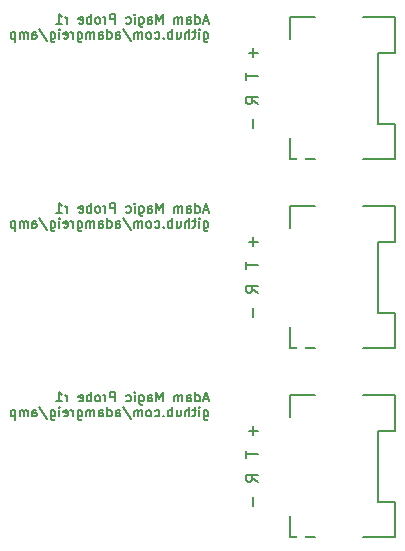
<source format=gbo>
G04 #@! TF.FileFunction,Legend,Bot*
%FSLAX46Y46*%
G04 Gerber Fmt 4.6, Leading zero omitted, Abs format (unit mm)*
G04 Created by KiCad (PCBNEW 0.201512311516+6410~40~ubuntu14.04.1-stable) date Sun 03 Jan 2016 08:23:42 GMT*
%MOMM*%
G01*
G04 APERTURE LIST*
%ADD10C,0.100000*%
%ADD11C,0.150000*%
%ADD12C,1.000000*%
%ADD13O,1.250000X1.000000*%
%ADD14O,1.900000X1.000000*%
%ADD15R,3.800000X1.800000*%
%ADD16C,0.900000*%
%ADD17O,0.900000X1.900000*%
%ADD18R,3.000000X1.000000*%
G04 APERTURE END LIST*
D10*
D11*
X123971429Y-102619048D02*
X123971429Y-103380953D01*
X123971429Y-118619048D02*
X123971429Y-119380953D01*
X123971429Y-134619048D02*
X123971429Y-135380953D01*
X124352381Y-101309524D02*
X123876190Y-100976190D01*
X124352381Y-100738095D02*
X123352381Y-100738095D01*
X123352381Y-101119048D01*
X123400000Y-101214286D01*
X123447619Y-101261905D01*
X123542857Y-101309524D01*
X123685714Y-101309524D01*
X123780952Y-101261905D01*
X123828571Y-101214286D01*
X123876190Y-101119048D01*
X123876190Y-100738095D01*
X124352381Y-117309524D02*
X123876190Y-116976190D01*
X124352381Y-116738095D02*
X123352381Y-116738095D01*
X123352381Y-117119048D01*
X123400000Y-117214286D01*
X123447619Y-117261905D01*
X123542857Y-117309524D01*
X123685714Y-117309524D01*
X123780952Y-117261905D01*
X123828571Y-117214286D01*
X123876190Y-117119048D01*
X123876190Y-116738095D01*
X124352381Y-133309524D02*
X123876190Y-132976190D01*
X124352381Y-132738095D02*
X123352381Y-132738095D01*
X123352381Y-133119048D01*
X123400000Y-133214286D01*
X123447619Y-133261905D01*
X123542857Y-133309524D01*
X123685714Y-133309524D01*
X123780952Y-133261905D01*
X123828571Y-133214286D01*
X123876190Y-133119048D01*
X123876190Y-132738095D01*
X123352381Y-98714286D02*
X123352381Y-99285715D01*
X124352381Y-99000000D02*
X123352381Y-99000000D01*
X123352381Y-114714286D02*
X123352381Y-115285715D01*
X124352381Y-115000000D02*
X123352381Y-115000000D01*
X123352381Y-130714286D02*
X123352381Y-131285715D01*
X124352381Y-131000000D02*
X123352381Y-131000000D01*
X120147619Y-94298333D02*
X119766667Y-94298333D01*
X120223810Y-94526905D02*
X119957143Y-93726905D01*
X119690476Y-94526905D01*
X119080953Y-94526905D02*
X119080953Y-93726905D01*
X119080953Y-94488810D02*
X119157143Y-94526905D01*
X119309524Y-94526905D01*
X119385715Y-94488810D01*
X119423810Y-94450714D01*
X119461905Y-94374524D01*
X119461905Y-94145952D01*
X119423810Y-94069762D01*
X119385715Y-94031667D01*
X119309524Y-93993571D01*
X119157143Y-93993571D01*
X119080953Y-94031667D01*
X118357143Y-94526905D02*
X118357143Y-94107857D01*
X118395238Y-94031667D01*
X118471428Y-93993571D01*
X118623809Y-93993571D01*
X118700000Y-94031667D01*
X118357143Y-94488810D02*
X118433333Y-94526905D01*
X118623809Y-94526905D01*
X118700000Y-94488810D01*
X118738095Y-94412619D01*
X118738095Y-94336429D01*
X118700000Y-94260238D01*
X118623809Y-94222143D01*
X118433333Y-94222143D01*
X118357143Y-94184048D01*
X117976190Y-94526905D02*
X117976190Y-93993571D01*
X117976190Y-94069762D02*
X117938095Y-94031667D01*
X117861904Y-93993571D01*
X117747618Y-93993571D01*
X117671428Y-94031667D01*
X117633333Y-94107857D01*
X117633333Y-94526905D01*
X117633333Y-94107857D02*
X117595237Y-94031667D01*
X117519047Y-93993571D01*
X117404761Y-93993571D01*
X117328571Y-94031667D01*
X117290476Y-94107857D01*
X117290476Y-94526905D01*
X116299999Y-94526905D02*
X116299999Y-93726905D01*
X116033332Y-94298333D01*
X115766665Y-93726905D01*
X115766665Y-94526905D01*
X115042856Y-94526905D02*
X115042856Y-94107857D01*
X115080951Y-94031667D01*
X115157141Y-93993571D01*
X115309522Y-93993571D01*
X115385713Y-94031667D01*
X115042856Y-94488810D02*
X115119046Y-94526905D01*
X115309522Y-94526905D01*
X115385713Y-94488810D01*
X115423808Y-94412619D01*
X115423808Y-94336429D01*
X115385713Y-94260238D01*
X115309522Y-94222143D01*
X115119046Y-94222143D01*
X115042856Y-94184048D01*
X114319046Y-93993571D02*
X114319046Y-94641190D01*
X114357141Y-94717381D01*
X114395236Y-94755476D01*
X114471427Y-94793571D01*
X114585712Y-94793571D01*
X114661903Y-94755476D01*
X114319046Y-94488810D02*
X114395236Y-94526905D01*
X114547617Y-94526905D01*
X114623808Y-94488810D01*
X114661903Y-94450714D01*
X114699998Y-94374524D01*
X114699998Y-94145952D01*
X114661903Y-94069762D01*
X114623808Y-94031667D01*
X114547617Y-93993571D01*
X114395236Y-93993571D01*
X114319046Y-94031667D01*
X113938093Y-94526905D02*
X113938093Y-93993571D01*
X113938093Y-93726905D02*
X113976188Y-93765000D01*
X113938093Y-93803095D01*
X113899998Y-93765000D01*
X113938093Y-93726905D01*
X113938093Y-93803095D01*
X113214284Y-94488810D02*
X113290474Y-94526905D01*
X113442855Y-94526905D01*
X113519046Y-94488810D01*
X113557141Y-94450714D01*
X113595236Y-94374524D01*
X113595236Y-94145952D01*
X113557141Y-94069762D01*
X113519046Y-94031667D01*
X113442855Y-93993571D01*
X113290474Y-93993571D01*
X113214284Y-94031667D01*
X112261903Y-94526905D02*
X112261903Y-93726905D01*
X111957141Y-93726905D01*
X111880950Y-93765000D01*
X111842855Y-93803095D01*
X111804760Y-93879286D01*
X111804760Y-93993571D01*
X111842855Y-94069762D01*
X111880950Y-94107857D01*
X111957141Y-94145952D01*
X112261903Y-94145952D01*
X111461903Y-94526905D02*
X111461903Y-93993571D01*
X111461903Y-94145952D02*
X111423808Y-94069762D01*
X111385712Y-94031667D01*
X111309522Y-93993571D01*
X111233331Y-93993571D01*
X110852379Y-94526905D02*
X110928570Y-94488810D01*
X110966665Y-94450714D01*
X111004760Y-94374524D01*
X111004760Y-94145952D01*
X110966665Y-94069762D01*
X110928570Y-94031667D01*
X110852379Y-93993571D01*
X110738093Y-93993571D01*
X110661903Y-94031667D01*
X110623808Y-94069762D01*
X110585712Y-94145952D01*
X110585712Y-94374524D01*
X110623808Y-94450714D01*
X110661903Y-94488810D01*
X110738093Y-94526905D01*
X110852379Y-94526905D01*
X110242855Y-94526905D02*
X110242855Y-93726905D01*
X110242855Y-94031667D02*
X110166664Y-93993571D01*
X110014283Y-93993571D01*
X109938093Y-94031667D01*
X109899998Y-94069762D01*
X109861902Y-94145952D01*
X109861902Y-94374524D01*
X109899998Y-94450714D01*
X109938093Y-94488810D01*
X110014283Y-94526905D01*
X110166664Y-94526905D01*
X110242855Y-94488810D01*
X109214283Y-94488810D02*
X109290473Y-94526905D01*
X109442854Y-94526905D01*
X109519045Y-94488810D01*
X109557140Y-94412619D01*
X109557140Y-94107857D01*
X109519045Y-94031667D01*
X109442854Y-93993571D01*
X109290473Y-93993571D01*
X109214283Y-94031667D01*
X109176188Y-94107857D01*
X109176188Y-94184048D01*
X109557140Y-94260238D01*
X108223807Y-94526905D02*
X108223807Y-93993571D01*
X108223807Y-94145952D02*
X108185712Y-94069762D01*
X108147616Y-94031667D01*
X108071426Y-93993571D01*
X107995235Y-93993571D01*
X107309521Y-94526905D02*
X107766664Y-94526905D01*
X107538093Y-94526905D02*
X107538093Y-93726905D01*
X107614283Y-93841190D01*
X107690474Y-93917381D01*
X107766664Y-93955476D01*
X119766667Y-95263571D02*
X119766667Y-95911190D01*
X119804762Y-95987381D01*
X119842857Y-96025476D01*
X119919048Y-96063571D01*
X120033333Y-96063571D01*
X120109524Y-96025476D01*
X119766667Y-95758810D02*
X119842857Y-95796905D01*
X119995238Y-95796905D01*
X120071429Y-95758810D01*
X120109524Y-95720714D01*
X120147619Y-95644524D01*
X120147619Y-95415952D01*
X120109524Y-95339762D01*
X120071429Y-95301667D01*
X119995238Y-95263571D01*
X119842857Y-95263571D01*
X119766667Y-95301667D01*
X119385714Y-95796905D02*
X119385714Y-95263571D01*
X119385714Y-94996905D02*
X119423809Y-95035000D01*
X119385714Y-95073095D01*
X119347619Y-95035000D01*
X119385714Y-94996905D01*
X119385714Y-95073095D01*
X119119048Y-95263571D02*
X118814286Y-95263571D01*
X119004762Y-94996905D02*
X119004762Y-95682619D01*
X118966667Y-95758810D01*
X118890476Y-95796905D01*
X118814286Y-95796905D01*
X118547619Y-95796905D02*
X118547619Y-94996905D01*
X118204762Y-95796905D02*
X118204762Y-95377857D01*
X118242857Y-95301667D01*
X118319047Y-95263571D01*
X118433333Y-95263571D01*
X118509524Y-95301667D01*
X118547619Y-95339762D01*
X117480952Y-95263571D02*
X117480952Y-95796905D01*
X117823809Y-95263571D02*
X117823809Y-95682619D01*
X117785714Y-95758810D01*
X117709523Y-95796905D01*
X117595237Y-95796905D01*
X117519047Y-95758810D01*
X117480952Y-95720714D01*
X117099999Y-95796905D02*
X117099999Y-94996905D01*
X117099999Y-95301667D02*
X117023808Y-95263571D01*
X116871427Y-95263571D01*
X116795237Y-95301667D01*
X116757142Y-95339762D01*
X116719046Y-95415952D01*
X116719046Y-95644524D01*
X116757142Y-95720714D01*
X116795237Y-95758810D01*
X116871427Y-95796905D01*
X117023808Y-95796905D01*
X117099999Y-95758810D01*
X116376189Y-95720714D02*
X116338094Y-95758810D01*
X116376189Y-95796905D01*
X116414284Y-95758810D01*
X116376189Y-95720714D01*
X116376189Y-95796905D01*
X115652380Y-95758810D02*
X115728570Y-95796905D01*
X115880951Y-95796905D01*
X115957142Y-95758810D01*
X115995237Y-95720714D01*
X116033332Y-95644524D01*
X116033332Y-95415952D01*
X115995237Y-95339762D01*
X115957142Y-95301667D01*
X115880951Y-95263571D01*
X115728570Y-95263571D01*
X115652380Y-95301667D01*
X115195237Y-95796905D02*
X115271428Y-95758810D01*
X115309523Y-95720714D01*
X115347618Y-95644524D01*
X115347618Y-95415952D01*
X115309523Y-95339762D01*
X115271428Y-95301667D01*
X115195237Y-95263571D01*
X115080951Y-95263571D01*
X115004761Y-95301667D01*
X114966666Y-95339762D01*
X114928570Y-95415952D01*
X114928570Y-95644524D01*
X114966666Y-95720714D01*
X115004761Y-95758810D01*
X115080951Y-95796905D01*
X115195237Y-95796905D01*
X114585713Y-95796905D02*
X114585713Y-95263571D01*
X114585713Y-95339762D02*
X114547618Y-95301667D01*
X114471427Y-95263571D01*
X114357141Y-95263571D01*
X114280951Y-95301667D01*
X114242856Y-95377857D01*
X114242856Y-95796905D01*
X114242856Y-95377857D02*
X114204760Y-95301667D01*
X114128570Y-95263571D01*
X114014284Y-95263571D01*
X113938094Y-95301667D01*
X113899999Y-95377857D01*
X113899999Y-95796905D01*
X112947617Y-94958810D02*
X113633332Y-95987381D01*
X112338094Y-95796905D02*
X112338094Y-95377857D01*
X112376189Y-95301667D01*
X112452379Y-95263571D01*
X112604760Y-95263571D01*
X112680951Y-95301667D01*
X112338094Y-95758810D02*
X112414284Y-95796905D01*
X112604760Y-95796905D01*
X112680951Y-95758810D01*
X112719046Y-95682619D01*
X112719046Y-95606429D01*
X112680951Y-95530238D01*
X112604760Y-95492143D01*
X112414284Y-95492143D01*
X112338094Y-95454048D01*
X111614284Y-95796905D02*
X111614284Y-94996905D01*
X111614284Y-95758810D02*
X111690474Y-95796905D01*
X111842855Y-95796905D01*
X111919046Y-95758810D01*
X111957141Y-95720714D01*
X111995236Y-95644524D01*
X111995236Y-95415952D01*
X111957141Y-95339762D01*
X111919046Y-95301667D01*
X111842855Y-95263571D01*
X111690474Y-95263571D01*
X111614284Y-95301667D01*
X110890474Y-95796905D02*
X110890474Y-95377857D01*
X110928569Y-95301667D01*
X111004759Y-95263571D01*
X111157140Y-95263571D01*
X111233331Y-95301667D01*
X110890474Y-95758810D02*
X110966664Y-95796905D01*
X111157140Y-95796905D01*
X111233331Y-95758810D01*
X111271426Y-95682619D01*
X111271426Y-95606429D01*
X111233331Y-95530238D01*
X111157140Y-95492143D01*
X110966664Y-95492143D01*
X110890474Y-95454048D01*
X110509521Y-95796905D02*
X110509521Y-95263571D01*
X110509521Y-95339762D02*
X110471426Y-95301667D01*
X110395235Y-95263571D01*
X110280949Y-95263571D01*
X110204759Y-95301667D01*
X110166664Y-95377857D01*
X110166664Y-95796905D01*
X110166664Y-95377857D02*
X110128568Y-95301667D01*
X110052378Y-95263571D01*
X109938092Y-95263571D01*
X109861902Y-95301667D01*
X109823807Y-95377857D01*
X109823807Y-95796905D01*
X109099997Y-95263571D02*
X109099997Y-95911190D01*
X109138092Y-95987381D01*
X109176187Y-96025476D01*
X109252378Y-96063571D01*
X109366663Y-96063571D01*
X109442854Y-96025476D01*
X109099997Y-95758810D02*
X109176187Y-95796905D01*
X109328568Y-95796905D01*
X109404759Y-95758810D01*
X109442854Y-95720714D01*
X109480949Y-95644524D01*
X109480949Y-95415952D01*
X109442854Y-95339762D01*
X109404759Y-95301667D01*
X109328568Y-95263571D01*
X109176187Y-95263571D01*
X109099997Y-95301667D01*
X108719044Y-95796905D02*
X108719044Y-95263571D01*
X108719044Y-95415952D02*
X108680949Y-95339762D01*
X108642853Y-95301667D01*
X108566663Y-95263571D01*
X108490472Y-95263571D01*
X107919044Y-95758810D02*
X107995234Y-95796905D01*
X108147615Y-95796905D01*
X108223806Y-95758810D01*
X108261901Y-95682619D01*
X108261901Y-95377857D01*
X108223806Y-95301667D01*
X108147615Y-95263571D01*
X107995234Y-95263571D01*
X107919044Y-95301667D01*
X107880949Y-95377857D01*
X107880949Y-95454048D01*
X108261901Y-95530238D01*
X107538092Y-95796905D02*
X107538092Y-95263571D01*
X107538092Y-94996905D02*
X107576187Y-95035000D01*
X107538092Y-95073095D01*
X107499997Y-95035000D01*
X107538092Y-94996905D01*
X107538092Y-95073095D01*
X106814283Y-95263571D02*
X106814283Y-95911190D01*
X106852378Y-95987381D01*
X106890473Y-96025476D01*
X106966664Y-96063571D01*
X107080949Y-96063571D01*
X107157140Y-96025476D01*
X106814283Y-95758810D02*
X106890473Y-95796905D01*
X107042854Y-95796905D01*
X107119045Y-95758810D01*
X107157140Y-95720714D01*
X107195235Y-95644524D01*
X107195235Y-95415952D01*
X107157140Y-95339762D01*
X107119045Y-95301667D01*
X107042854Y-95263571D01*
X106890473Y-95263571D01*
X106814283Y-95301667D01*
X105861901Y-94958810D02*
X106547616Y-95987381D01*
X105252378Y-95796905D02*
X105252378Y-95377857D01*
X105290473Y-95301667D01*
X105366663Y-95263571D01*
X105519044Y-95263571D01*
X105595235Y-95301667D01*
X105252378Y-95758810D02*
X105328568Y-95796905D01*
X105519044Y-95796905D01*
X105595235Y-95758810D01*
X105633330Y-95682619D01*
X105633330Y-95606429D01*
X105595235Y-95530238D01*
X105519044Y-95492143D01*
X105328568Y-95492143D01*
X105252378Y-95454048D01*
X104871425Y-95796905D02*
X104871425Y-95263571D01*
X104871425Y-95339762D02*
X104833330Y-95301667D01*
X104757139Y-95263571D01*
X104642853Y-95263571D01*
X104566663Y-95301667D01*
X104528568Y-95377857D01*
X104528568Y-95796905D01*
X104528568Y-95377857D02*
X104490472Y-95301667D01*
X104414282Y-95263571D01*
X104299996Y-95263571D01*
X104223806Y-95301667D01*
X104185711Y-95377857D01*
X104185711Y-95796905D01*
X103804758Y-95263571D02*
X103804758Y-96063571D01*
X103804758Y-95301667D02*
X103728567Y-95263571D01*
X103576186Y-95263571D01*
X103499996Y-95301667D01*
X103461901Y-95339762D01*
X103423805Y-95415952D01*
X103423805Y-95644524D01*
X103461901Y-95720714D01*
X103499996Y-95758810D01*
X103576186Y-95796905D01*
X103728567Y-95796905D01*
X103804758Y-95758810D01*
X120147619Y-110298333D02*
X119766667Y-110298333D01*
X120223810Y-110526905D02*
X119957143Y-109726905D01*
X119690476Y-110526905D01*
X119080953Y-110526905D02*
X119080953Y-109726905D01*
X119080953Y-110488810D02*
X119157143Y-110526905D01*
X119309524Y-110526905D01*
X119385715Y-110488810D01*
X119423810Y-110450714D01*
X119461905Y-110374524D01*
X119461905Y-110145952D01*
X119423810Y-110069762D01*
X119385715Y-110031667D01*
X119309524Y-109993571D01*
X119157143Y-109993571D01*
X119080953Y-110031667D01*
X118357143Y-110526905D02*
X118357143Y-110107857D01*
X118395238Y-110031667D01*
X118471428Y-109993571D01*
X118623809Y-109993571D01*
X118700000Y-110031667D01*
X118357143Y-110488810D02*
X118433333Y-110526905D01*
X118623809Y-110526905D01*
X118700000Y-110488810D01*
X118738095Y-110412619D01*
X118738095Y-110336429D01*
X118700000Y-110260238D01*
X118623809Y-110222143D01*
X118433333Y-110222143D01*
X118357143Y-110184048D01*
X117976190Y-110526905D02*
X117976190Y-109993571D01*
X117976190Y-110069762D02*
X117938095Y-110031667D01*
X117861904Y-109993571D01*
X117747618Y-109993571D01*
X117671428Y-110031667D01*
X117633333Y-110107857D01*
X117633333Y-110526905D01*
X117633333Y-110107857D02*
X117595237Y-110031667D01*
X117519047Y-109993571D01*
X117404761Y-109993571D01*
X117328571Y-110031667D01*
X117290476Y-110107857D01*
X117290476Y-110526905D01*
X116299999Y-110526905D02*
X116299999Y-109726905D01*
X116033332Y-110298333D01*
X115766665Y-109726905D01*
X115766665Y-110526905D01*
X115042856Y-110526905D02*
X115042856Y-110107857D01*
X115080951Y-110031667D01*
X115157141Y-109993571D01*
X115309522Y-109993571D01*
X115385713Y-110031667D01*
X115042856Y-110488810D02*
X115119046Y-110526905D01*
X115309522Y-110526905D01*
X115385713Y-110488810D01*
X115423808Y-110412619D01*
X115423808Y-110336429D01*
X115385713Y-110260238D01*
X115309522Y-110222143D01*
X115119046Y-110222143D01*
X115042856Y-110184048D01*
X114319046Y-109993571D02*
X114319046Y-110641190D01*
X114357141Y-110717381D01*
X114395236Y-110755476D01*
X114471427Y-110793571D01*
X114585712Y-110793571D01*
X114661903Y-110755476D01*
X114319046Y-110488810D02*
X114395236Y-110526905D01*
X114547617Y-110526905D01*
X114623808Y-110488810D01*
X114661903Y-110450714D01*
X114699998Y-110374524D01*
X114699998Y-110145952D01*
X114661903Y-110069762D01*
X114623808Y-110031667D01*
X114547617Y-109993571D01*
X114395236Y-109993571D01*
X114319046Y-110031667D01*
X113938093Y-110526905D02*
X113938093Y-109993571D01*
X113938093Y-109726905D02*
X113976188Y-109765000D01*
X113938093Y-109803095D01*
X113899998Y-109765000D01*
X113938093Y-109726905D01*
X113938093Y-109803095D01*
X113214284Y-110488810D02*
X113290474Y-110526905D01*
X113442855Y-110526905D01*
X113519046Y-110488810D01*
X113557141Y-110450714D01*
X113595236Y-110374524D01*
X113595236Y-110145952D01*
X113557141Y-110069762D01*
X113519046Y-110031667D01*
X113442855Y-109993571D01*
X113290474Y-109993571D01*
X113214284Y-110031667D01*
X112261903Y-110526905D02*
X112261903Y-109726905D01*
X111957141Y-109726905D01*
X111880950Y-109765000D01*
X111842855Y-109803095D01*
X111804760Y-109879286D01*
X111804760Y-109993571D01*
X111842855Y-110069762D01*
X111880950Y-110107857D01*
X111957141Y-110145952D01*
X112261903Y-110145952D01*
X111461903Y-110526905D02*
X111461903Y-109993571D01*
X111461903Y-110145952D02*
X111423808Y-110069762D01*
X111385712Y-110031667D01*
X111309522Y-109993571D01*
X111233331Y-109993571D01*
X110852379Y-110526905D02*
X110928570Y-110488810D01*
X110966665Y-110450714D01*
X111004760Y-110374524D01*
X111004760Y-110145952D01*
X110966665Y-110069762D01*
X110928570Y-110031667D01*
X110852379Y-109993571D01*
X110738093Y-109993571D01*
X110661903Y-110031667D01*
X110623808Y-110069762D01*
X110585712Y-110145952D01*
X110585712Y-110374524D01*
X110623808Y-110450714D01*
X110661903Y-110488810D01*
X110738093Y-110526905D01*
X110852379Y-110526905D01*
X110242855Y-110526905D02*
X110242855Y-109726905D01*
X110242855Y-110031667D02*
X110166664Y-109993571D01*
X110014283Y-109993571D01*
X109938093Y-110031667D01*
X109899998Y-110069762D01*
X109861902Y-110145952D01*
X109861902Y-110374524D01*
X109899998Y-110450714D01*
X109938093Y-110488810D01*
X110014283Y-110526905D01*
X110166664Y-110526905D01*
X110242855Y-110488810D01*
X109214283Y-110488810D02*
X109290473Y-110526905D01*
X109442854Y-110526905D01*
X109519045Y-110488810D01*
X109557140Y-110412619D01*
X109557140Y-110107857D01*
X109519045Y-110031667D01*
X109442854Y-109993571D01*
X109290473Y-109993571D01*
X109214283Y-110031667D01*
X109176188Y-110107857D01*
X109176188Y-110184048D01*
X109557140Y-110260238D01*
X108223807Y-110526905D02*
X108223807Y-109993571D01*
X108223807Y-110145952D02*
X108185712Y-110069762D01*
X108147616Y-110031667D01*
X108071426Y-109993571D01*
X107995235Y-109993571D01*
X107309521Y-110526905D02*
X107766664Y-110526905D01*
X107538093Y-110526905D02*
X107538093Y-109726905D01*
X107614283Y-109841190D01*
X107690474Y-109917381D01*
X107766664Y-109955476D01*
X119766667Y-111263571D02*
X119766667Y-111911190D01*
X119804762Y-111987381D01*
X119842857Y-112025476D01*
X119919048Y-112063571D01*
X120033333Y-112063571D01*
X120109524Y-112025476D01*
X119766667Y-111758810D02*
X119842857Y-111796905D01*
X119995238Y-111796905D01*
X120071429Y-111758810D01*
X120109524Y-111720714D01*
X120147619Y-111644524D01*
X120147619Y-111415952D01*
X120109524Y-111339762D01*
X120071429Y-111301667D01*
X119995238Y-111263571D01*
X119842857Y-111263571D01*
X119766667Y-111301667D01*
X119385714Y-111796905D02*
X119385714Y-111263571D01*
X119385714Y-110996905D02*
X119423809Y-111035000D01*
X119385714Y-111073095D01*
X119347619Y-111035000D01*
X119385714Y-110996905D01*
X119385714Y-111073095D01*
X119119048Y-111263571D02*
X118814286Y-111263571D01*
X119004762Y-110996905D02*
X119004762Y-111682619D01*
X118966667Y-111758810D01*
X118890476Y-111796905D01*
X118814286Y-111796905D01*
X118547619Y-111796905D02*
X118547619Y-110996905D01*
X118204762Y-111796905D02*
X118204762Y-111377857D01*
X118242857Y-111301667D01*
X118319047Y-111263571D01*
X118433333Y-111263571D01*
X118509524Y-111301667D01*
X118547619Y-111339762D01*
X117480952Y-111263571D02*
X117480952Y-111796905D01*
X117823809Y-111263571D02*
X117823809Y-111682619D01*
X117785714Y-111758810D01*
X117709523Y-111796905D01*
X117595237Y-111796905D01*
X117519047Y-111758810D01*
X117480952Y-111720714D01*
X117099999Y-111796905D02*
X117099999Y-110996905D01*
X117099999Y-111301667D02*
X117023808Y-111263571D01*
X116871427Y-111263571D01*
X116795237Y-111301667D01*
X116757142Y-111339762D01*
X116719046Y-111415952D01*
X116719046Y-111644524D01*
X116757142Y-111720714D01*
X116795237Y-111758810D01*
X116871427Y-111796905D01*
X117023808Y-111796905D01*
X117099999Y-111758810D01*
X116376189Y-111720714D02*
X116338094Y-111758810D01*
X116376189Y-111796905D01*
X116414284Y-111758810D01*
X116376189Y-111720714D01*
X116376189Y-111796905D01*
X115652380Y-111758810D02*
X115728570Y-111796905D01*
X115880951Y-111796905D01*
X115957142Y-111758810D01*
X115995237Y-111720714D01*
X116033332Y-111644524D01*
X116033332Y-111415952D01*
X115995237Y-111339762D01*
X115957142Y-111301667D01*
X115880951Y-111263571D01*
X115728570Y-111263571D01*
X115652380Y-111301667D01*
X115195237Y-111796905D02*
X115271428Y-111758810D01*
X115309523Y-111720714D01*
X115347618Y-111644524D01*
X115347618Y-111415952D01*
X115309523Y-111339762D01*
X115271428Y-111301667D01*
X115195237Y-111263571D01*
X115080951Y-111263571D01*
X115004761Y-111301667D01*
X114966666Y-111339762D01*
X114928570Y-111415952D01*
X114928570Y-111644524D01*
X114966666Y-111720714D01*
X115004761Y-111758810D01*
X115080951Y-111796905D01*
X115195237Y-111796905D01*
X114585713Y-111796905D02*
X114585713Y-111263571D01*
X114585713Y-111339762D02*
X114547618Y-111301667D01*
X114471427Y-111263571D01*
X114357141Y-111263571D01*
X114280951Y-111301667D01*
X114242856Y-111377857D01*
X114242856Y-111796905D01*
X114242856Y-111377857D02*
X114204760Y-111301667D01*
X114128570Y-111263571D01*
X114014284Y-111263571D01*
X113938094Y-111301667D01*
X113899999Y-111377857D01*
X113899999Y-111796905D01*
X112947617Y-110958810D02*
X113633332Y-111987381D01*
X112338094Y-111796905D02*
X112338094Y-111377857D01*
X112376189Y-111301667D01*
X112452379Y-111263571D01*
X112604760Y-111263571D01*
X112680951Y-111301667D01*
X112338094Y-111758810D02*
X112414284Y-111796905D01*
X112604760Y-111796905D01*
X112680951Y-111758810D01*
X112719046Y-111682619D01*
X112719046Y-111606429D01*
X112680951Y-111530238D01*
X112604760Y-111492143D01*
X112414284Y-111492143D01*
X112338094Y-111454048D01*
X111614284Y-111796905D02*
X111614284Y-110996905D01*
X111614284Y-111758810D02*
X111690474Y-111796905D01*
X111842855Y-111796905D01*
X111919046Y-111758810D01*
X111957141Y-111720714D01*
X111995236Y-111644524D01*
X111995236Y-111415952D01*
X111957141Y-111339762D01*
X111919046Y-111301667D01*
X111842855Y-111263571D01*
X111690474Y-111263571D01*
X111614284Y-111301667D01*
X110890474Y-111796905D02*
X110890474Y-111377857D01*
X110928569Y-111301667D01*
X111004759Y-111263571D01*
X111157140Y-111263571D01*
X111233331Y-111301667D01*
X110890474Y-111758810D02*
X110966664Y-111796905D01*
X111157140Y-111796905D01*
X111233331Y-111758810D01*
X111271426Y-111682619D01*
X111271426Y-111606429D01*
X111233331Y-111530238D01*
X111157140Y-111492143D01*
X110966664Y-111492143D01*
X110890474Y-111454048D01*
X110509521Y-111796905D02*
X110509521Y-111263571D01*
X110509521Y-111339762D02*
X110471426Y-111301667D01*
X110395235Y-111263571D01*
X110280949Y-111263571D01*
X110204759Y-111301667D01*
X110166664Y-111377857D01*
X110166664Y-111796905D01*
X110166664Y-111377857D02*
X110128568Y-111301667D01*
X110052378Y-111263571D01*
X109938092Y-111263571D01*
X109861902Y-111301667D01*
X109823807Y-111377857D01*
X109823807Y-111796905D01*
X109099997Y-111263571D02*
X109099997Y-111911190D01*
X109138092Y-111987381D01*
X109176187Y-112025476D01*
X109252378Y-112063571D01*
X109366663Y-112063571D01*
X109442854Y-112025476D01*
X109099997Y-111758810D02*
X109176187Y-111796905D01*
X109328568Y-111796905D01*
X109404759Y-111758810D01*
X109442854Y-111720714D01*
X109480949Y-111644524D01*
X109480949Y-111415952D01*
X109442854Y-111339762D01*
X109404759Y-111301667D01*
X109328568Y-111263571D01*
X109176187Y-111263571D01*
X109099997Y-111301667D01*
X108719044Y-111796905D02*
X108719044Y-111263571D01*
X108719044Y-111415952D02*
X108680949Y-111339762D01*
X108642853Y-111301667D01*
X108566663Y-111263571D01*
X108490472Y-111263571D01*
X107919044Y-111758810D02*
X107995234Y-111796905D01*
X108147615Y-111796905D01*
X108223806Y-111758810D01*
X108261901Y-111682619D01*
X108261901Y-111377857D01*
X108223806Y-111301667D01*
X108147615Y-111263571D01*
X107995234Y-111263571D01*
X107919044Y-111301667D01*
X107880949Y-111377857D01*
X107880949Y-111454048D01*
X108261901Y-111530238D01*
X107538092Y-111796905D02*
X107538092Y-111263571D01*
X107538092Y-110996905D02*
X107576187Y-111035000D01*
X107538092Y-111073095D01*
X107499997Y-111035000D01*
X107538092Y-110996905D01*
X107538092Y-111073095D01*
X106814283Y-111263571D02*
X106814283Y-111911190D01*
X106852378Y-111987381D01*
X106890473Y-112025476D01*
X106966664Y-112063571D01*
X107080949Y-112063571D01*
X107157140Y-112025476D01*
X106814283Y-111758810D02*
X106890473Y-111796905D01*
X107042854Y-111796905D01*
X107119045Y-111758810D01*
X107157140Y-111720714D01*
X107195235Y-111644524D01*
X107195235Y-111415952D01*
X107157140Y-111339762D01*
X107119045Y-111301667D01*
X107042854Y-111263571D01*
X106890473Y-111263571D01*
X106814283Y-111301667D01*
X105861901Y-110958810D02*
X106547616Y-111987381D01*
X105252378Y-111796905D02*
X105252378Y-111377857D01*
X105290473Y-111301667D01*
X105366663Y-111263571D01*
X105519044Y-111263571D01*
X105595235Y-111301667D01*
X105252378Y-111758810D02*
X105328568Y-111796905D01*
X105519044Y-111796905D01*
X105595235Y-111758810D01*
X105633330Y-111682619D01*
X105633330Y-111606429D01*
X105595235Y-111530238D01*
X105519044Y-111492143D01*
X105328568Y-111492143D01*
X105252378Y-111454048D01*
X104871425Y-111796905D02*
X104871425Y-111263571D01*
X104871425Y-111339762D02*
X104833330Y-111301667D01*
X104757139Y-111263571D01*
X104642853Y-111263571D01*
X104566663Y-111301667D01*
X104528568Y-111377857D01*
X104528568Y-111796905D01*
X104528568Y-111377857D02*
X104490472Y-111301667D01*
X104414282Y-111263571D01*
X104299996Y-111263571D01*
X104223806Y-111301667D01*
X104185711Y-111377857D01*
X104185711Y-111796905D01*
X103804758Y-111263571D02*
X103804758Y-112063571D01*
X103804758Y-111301667D02*
X103728567Y-111263571D01*
X103576186Y-111263571D01*
X103499996Y-111301667D01*
X103461901Y-111339762D01*
X103423805Y-111415952D01*
X103423805Y-111644524D01*
X103461901Y-111720714D01*
X103499996Y-111758810D01*
X103576186Y-111796905D01*
X103728567Y-111796905D01*
X103804758Y-111758810D01*
X120147619Y-126298333D02*
X119766667Y-126298333D01*
X120223810Y-126526905D02*
X119957143Y-125726905D01*
X119690476Y-126526905D01*
X119080953Y-126526905D02*
X119080953Y-125726905D01*
X119080953Y-126488810D02*
X119157143Y-126526905D01*
X119309524Y-126526905D01*
X119385715Y-126488810D01*
X119423810Y-126450714D01*
X119461905Y-126374524D01*
X119461905Y-126145952D01*
X119423810Y-126069762D01*
X119385715Y-126031667D01*
X119309524Y-125993571D01*
X119157143Y-125993571D01*
X119080953Y-126031667D01*
X118357143Y-126526905D02*
X118357143Y-126107857D01*
X118395238Y-126031667D01*
X118471428Y-125993571D01*
X118623809Y-125993571D01*
X118700000Y-126031667D01*
X118357143Y-126488810D02*
X118433333Y-126526905D01*
X118623809Y-126526905D01*
X118700000Y-126488810D01*
X118738095Y-126412619D01*
X118738095Y-126336429D01*
X118700000Y-126260238D01*
X118623809Y-126222143D01*
X118433333Y-126222143D01*
X118357143Y-126184048D01*
X117976190Y-126526905D02*
X117976190Y-125993571D01*
X117976190Y-126069762D02*
X117938095Y-126031667D01*
X117861904Y-125993571D01*
X117747618Y-125993571D01*
X117671428Y-126031667D01*
X117633333Y-126107857D01*
X117633333Y-126526905D01*
X117633333Y-126107857D02*
X117595237Y-126031667D01*
X117519047Y-125993571D01*
X117404761Y-125993571D01*
X117328571Y-126031667D01*
X117290476Y-126107857D01*
X117290476Y-126526905D01*
X116299999Y-126526905D02*
X116299999Y-125726905D01*
X116033332Y-126298333D01*
X115766665Y-125726905D01*
X115766665Y-126526905D01*
X115042856Y-126526905D02*
X115042856Y-126107857D01*
X115080951Y-126031667D01*
X115157141Y-125993571D01*
X115309522Y-125993571D01*
X115385713Y-126031667D01*
X115042856Y-126488810D02*
X115119046Y-126526905D01*
X115309522Y-126526905D01*
X115385713Y-126488810D01*
X115423808Y-126412619D01*
X115423808Y-126336429D01*
X115385713Y-126260238D01*
X115309522Y-126222143D01*
X115119046Y-126222143D01*
X115042856Y-126184048D01*
X114319046Y-125993571D02*
X114319046Y-126641190D01*
X114357141Y-126717381D01*
X114395236Y-126755476D01*
X114471427Y-126793571D01*
X114585712Y-126793571D01*
X114661903Y-126755476D01*
X114319046Y-126488810D02*
X114395236Y-126526905D01*
X114547617Y-126526905D01*
X114623808Y-126488810D01*
X114661903Y-126450714D01*
X114699998Y-126374524D01*
X114699998Y-126145952D01*
X114661903Y-126069762D01*
X114623808Y-126031667D01*
X114547617Y-125993571D01*
X114395236Y-125993571D01*
X114319046Y-126031667D01*
X113938093Y-126526905D02*
X113938093Y-125993571D01*
X113938093Y-125726905D02*
X113976188Y-125765000D01*
X113938093Y-125803095D01*
X113899998Y-125765000D01*
X113938093Y-125726905D01*
X113938093Y-125803095D01*
X113214284Y-126488810D02*
X113290474Y-126526905D01*
X113442855Y-126526905D01*
X113519046Y-126488810D01*
X113557141Y-126450714D01*
X113595236Y-126374524D01*
X113595236Y-126145952D01*
X113557141Y-126069762D01*
X113519046Y-126031667D01*
X113442855Y-125993571D01*
X113290474Y-125993571D01*
X113214284Y-126031667D01*
X112261903Y-126526905D02*
X112261903Y-125726905D01*
X111957141Y-125726905D01*
X111880950Y-125765000D01*
X111842855Y-125803095D01*
X111804760Y-125879286D01*
X111804760Y-125993571D01*
X111842855Y-126069762D01*
X111880950Y-126107857D01*
X111957141Y-126145952D01*
X112261903Y-126145952D01*
X111461903Y-126526905D02*
X111461903Y-125993571D01*
X111461903Y-126145952D02*
X111423808Y-126069762D01*
X111385712Y-126031667D01*
X111309522Y-125993571D01*
X111233331Y-125993571D01*
X110852379Y-126526905D02*
X110928570Y-126488810D01*
X110966665Y-126450714D01*
X111004760Y-126374524D01*
X111004760Y-126145952D01*
X110966665Y-126069762D01*
X110928570Y-126031667D01*
X110852379Y-125993571D01*
X110738093Y-125993571D01*
X110661903Y-126031667D01*
X110623808Y-126069762D01*
X110585712Y-126145952D01*
X110585712Y-126374524D01*
X110623808Y-126450714D01*
X110661903Y-126488810D01*
X110738093Y-126526905D01*
X110852379Y-126526905D01*
X110242855Y-126526905D02*
X110242855Y-125726905D01*
X110242855Y-126031667D02*
X110166664Y-125993571D01*
X110014283Y-125993571D01*
X109938093Y-126031667D01*
X109899998Y-126069762D01*
X109861902Y-126145952D01*
X109861902Y-126374524D01*
X109899998Y-126450714D01*
X109938093Y-126488810D01*
X110014283Y-126526905D01*
X110166664Y-126526905D01*
X110242855Y-126488810D01*
X109214283Y-126488810D02*
X109290473Y-126526905D01*
X109442854Y-126526905D01*
X109519045Y-126488810D01*
X109557140Y-126412619D01*
X109557140Y-126107857D01*
X109519045Y-126031667D01*
X109442854Y-125993571D01*
X109290473Y-125993571D01*
X109214283Y-126031667D01*
X109176188Y-126107857D01*
X109176188Y-126184048D01*
X109557140Y-126260238D01*
X108223807Y-126526905D02*
X108223807Y-125993571D01*
X108223807Y-126145952D02*
X108185712Y-126069762D01*
X108147616Y-126031667D01*
X108071426Y-125993571D01*
X107995235Y-125993571D01*
X107309521Y-126526905D02*
X107766664Y-126526905D01*
X107538093Y-126526905D02*
X107538093Y-125726905D01*
X107614283Y-125841190D01*
X107690474Y-125917381D01*
X107766664Y-125955476D01*
X119766667Y-127263571D02*
X119766667Y-127911190D01*
X119804762Y-127987381D01*
X119842857Y-128025476D01*
X119919048Y-128063571D01*
X120033333Y-128063571D01*
X120109524Y-128025476D01*
X119766667Y-127758810D02*
X119842857Y-127796905D01*
X119995238Y-127796905D01*
X120071429Y-127758810D01*
X120109524Y-127720714D01*
X120147619Y-127644524D01*
X120147619Y-127415952D01*
X120109524Y-127339762D01*
X120071429Y-127301667D01*
X119995238Y-127263571D01*
X119842857Y-127263571D01*
X119766667Y-127301667D01*
X119385714Y-127796905D02*
X119385714Y-127263571D01*
X119385714Y-126996905D02*
X119423809Y-127035000D01*
X119385714Y-127073095D01*
X119347619Y-127035000D01*
X119385714Y-126996905D01*
X119385714Y-127073095D01*
X119119048Y-127263571D02*
X118814286Y-127263571D01*
X119004762Y-126996905D02*
X119004762Y-127682619D01*
X118966667Y-127758810D01*
X118890476Y-127796905D01*
X118814286Y-127796905D01*
X118547619Y-127796905D02*
X118547619Y-126996905D01*
X118204762Y-127796905D02*
X118204762Y-127377857D01*
X118242857Y-127301667D01*
X118319047Y-127263571D01*
X118433333Y-127263571D01*
X118509524Y-127301667D01*
X118547619Y-127339762D01*
X117480952Y-127263571D02*
X117480952Y-127796905D01*
X117823809Y-127263571D02*
X117823809Y-127682619D01*
X117785714Y-127758810D01*
X117709523Y-127796905D01*
X117595237Y-127796905D01*
X117519047Y-127758810D01*
X117480952Y-127720714D01*
X117099999Y-127796905D02*
X117099999Y-126996905D01*
X117099999Y-127301667D02*
X117023808Y-127263571D01*
X116871427Y-127263571D01*
X116795237Y-127301667D01*
X116757142Y-127339762D01*
X116719046Y-127415952D01*
X116719046Y-127644524D01*
X116757142Y-127720714D01*
X116795237Y-127758810D01*
X116871427Y-127796905D01*
X117023808Y-127796905D01*
X117099999Y-127758810D01*
X116376189Y-127720714D02*
X116338094Y-127758810D01*
X116376189Y-127796905D01*
X116414284Y-127758810D01*
X116376189Y-127720714D01*
X116376189Y-127796905D01*
X115652380Y-127758810D02*
X115728570Y-127796905D01*
X115880951Y-127796905D01*
X115957142Y-127758810D01*
X115995237Y-127720714D01*
X116033332Y-127644524D01*
X116033332Y-127415952D01*
X115995237Y-127339762D01*
X115957142Y-127301667D01*
X115880951Y-127263571D01*
X115728570Y-127263571D01*
X115652380Y-127301667D01*
X115195237Y-127796905D02*
X115271428Y-127758810D01*
X115309523Y-127720714D01*
X115347618Y-127644524D01*
X115347618Y-127415952D01*
X115309523Y-127339762D01*
X115271428Y-127301667D01*
X115195237Y-127263571D01*
X115080951Y-127263571D01*
X115004761Y-127301667D01*
X114966666Y-127339762D01*
X114928570Y-127415952D01*
X114928570Y-127644524D01*
X114966666Y-127720714D01*
X115004761Y-127758810D01*
X115080951Y-127796905D01*
X115195237Y-127796905D01*
X114585713Y-127796905D02*
X114585713Y-127263571D01*
X114585713Y-127339762D02*
X114547618Y-127301667D01*
X114471427Y-127263571D01*
X114357141Y-127263571D01*
X114280951Y-127301667D01*
X114242856Y-127377857D01*
X114242856Y-127796905D01*
X114242856Y-127377857D02*
X114204760Y-127301667D01*
X114128570Y-127263571D01*
X114014284Y-127263571D01*
X113938094Y-127301667D01*
X113899999Y-127377857D01*
X113899999Y-127796905D01*
X112947617Y-126958810D02*
X113633332Y-127987381D01*
X112338094Y-127796905D02*
X112338094Y-127377857D01*
X112376189Y-127301667D01*
X112452379Y-127263571D01*
X112604760Y-127263571D01*
X112680951Y-127301667D01*
X112338094Y-127758810D02*
X112414284Y-127796905D01*
X112604760Y-127796905D01*
X112680951Y-127758810D01*
X112719046Y-127682619D01*
X112719046Y-127606429D01*
X112680951Y-127530238D01*
X112604760Y-127492143D01*
X112414284Y-127492143D01*
X112338094Y-127454048D01*
X111614284Y-127796905D02*
X111614284Y-126996905D01*
X111614284Y-127758810D02*
X111690474Y-127796905D01*
X111842855Y-127796905D01*
X111919046Y-127758810D01*
X111957141Y-127720714D01*
X111995236Y-127644524D01*
X111995236Y-127415952D01*
X111957141Y-127339762D01*
X111919046Y-127301667D01*
X111842855Y-127263571D01*
X111690474Y-127263571D01*
X111614284Y-127301667D01*
X110890474Y-127796905D02*
X110890474Y-127377857D01*
X110928569Y-127301667D01*
X111004759Y-127263571D01*
X111157140Y-127263571D01*
X111233331Y-127301667D01*
X110890474Y-127758810D02*
X110966664Y-127796905D01*
X111157140Y-127796905D01*
X111233331Y-127758810D01*
X111271426Y-127682619D01*
X111271426Y-127606429D01*
X111233331Y-127530238D01*
X111157140Y-127492143D01*
X110966664Y-127492143D01*
X110890474Y-127454048D01*
X110509521Y-127796905D02*
X110509521Y-127263571D01*
X110509521Y-127339762D02*
X110471426Y-127301667D01*
X110395235Y-127263571D01*
X110280949Y-127263571D01*
X110204759Y-127301667D01*
X110166664Y-127377857D01*
X110166664Y-127796905D01*
X110166664Y-127377857D02*
X110128568Y-127301667D01*
X110052378Y-127263571D01*
X109938092Y-127263571D01*
X109861902Y-127301667D01*
X109823807Y-127377857D01*
X109823807Y-127796905D01*
X109099997Y-127263571D02*
X109099997Y-127911190D01*
X109138092Y-127987381D01*
X109176187Y-128025476D01*
X109252378Y-128063571D01*
X109366663Y-128063571D01*
X109442854Y-128025476D01*
X109099997Y-127758810D02*
X109176187Y-127796905D01*
X109328568Y-127796905D01*
X109404759Y-127758810D01*
X109442854Y-127720714D01*
X109480949Y-127644524D01*
X109480949Y-127415952D01*
X109442854Y-127339762D01*
X109404759Y-127301667D01*
X109328568Y-127263571D01*
X109176187Y-127263571D01*
X109099997Y-127301667D01*
X108719044Y-127796905D02*
X108719044Y-127263571D01*
X108719044Y-127415952D02*
X108680949Y-127339762D01*
X108642853Y-127301667D01*
X108566663Y-127263571D01*
X108490472Y-127263571D01*
X107919044Y-127758810D02*
X107995234Y-127796905D01*
X108147615Y-127796905D01*
X108223806Y-127758810D01*
X108261901Y-127682619D01*
X108261901Y-127377857D01*
X108223806Y-127301667D01*
X108147615Y-127263571D01*
X107995234Y-127263571D01*
X107919044Y-127301667D01*
X107880949Y-127377857D01*
X107880949Y-127454048D01*
X108261901Y-127530238D01*
X107538092Y-127796905D02*
X107538092Y-127263571D01*
X107538092Y-126996905D02*
X107576187Y-127035000D01*
X107538092Y-127073095D01*
X107499997Y-127035000D01*
X107538092Y-126996905D01*
X107538092Y-127073095D01*
X106814283Y-127263571D02*
X106814283Y-127911190D01*
X106852378Y-127987381D01*
X106890473Y-128025476D01*
X106966664Y-128063571D01*
X107080949Y-128063571D01*
X107157140Y-128025476D01*
X106814283Y-127758810D02*
X106890473Y-127796905D01*
X107042854Y-127796905D01*
X107119045Y-127758810D01*
X107157140Y-127720714D01*
X107195235Y-127644524D01*
X107195235Y-127415952D01*
X107157140Y-127339762D01*
X107119045Y-127301667D01*
X107042854Y-127263571D01*
X106890473Y-127263571D01*
X106814283Y-127301667D01*
X105861901Y-126958810D02*
X106547616Y-127987381D01*
X105252378Y-127796905D02*
X105252378Y-127377857D01*
X105290473Y-127301667D01*
X105366663Y-127263571D01*
X105519044Y-127263571D01*
X105595235Y-127301667D01*
X105252378Y-127758810D02*
X105328568Y-127796905D01*
X105519044Y-127796905D01*
X105595235Y-127758810D01*
X105633330Y-127682619D01*
X105633330Y-127606429D01*
X105595235Y-127530238D01*
X105519044Y-127492143D01*
X105328568Y-127492143D01*
X105252378Y-127454048D01*
X104871425Y-127796905D02*
X104871425Y-127263571D01*
X104871425Y-127339762D02*
X104833330Y-127301667D01*
X104757139Y-127263571D01*
X104642853Y-127263571D01*
X104566663Y-127301667D01*
X104528568Y-127377857D01*
X104528568Y-127796905D01*
X104528568Y-127377857D02*
X104490472Y-127301667D01*
X104414282Y-127263571D01*
X104299996Y-127263571D01*
X104223806Y-127301667D01*
X104185711Y-127377857D01*
X104185711Y-127796905D01*
X103804758Y-127263571D02*
X103804758Y-128063571D01*
X103804758Y-127301667D02*
X103728567Y-127263571D01*
X103576186Y-127263571D01*
X103499996Y-127301667D01*
X103461901Y-127339762D01*
X103423805Y-127415952D01*
X103423805Y-127644524D01*
X103461901Y-127720714D01*
X103499996Y-127758810D01*
X103576186Y-127796905D01*
X103728567Y-127796905D01*
X103804758Y-127758810D01*
X123971429Y-96619048D02*
X123971429Y-97380953D01*
X124352381Y-97000001D02*
X123590476Y-97000001D01*
X123971429Y-112619048D02*
X123971429Y-113380953D01*
X124352381Y-113000001D02*
X123590476Y-113000001D01*
X123971429Y-128619048D02*
X123971429Y-129380953D01*
X124352381Y-129000001D02*
X123590476Y-129000001D01*
X135950000Y-106000000D02*
X135950000Y-103000000D01*
X135950000Y-103000000D02*
X134550000Y-103000000D01*
X134550000Y-103000000D02*
X134550000Y-97000000D01*
X134550000Y-97000000D02*
X135950000Y-97000000D01*
X135950000Y-97000000D02*
X135950000Y-94000000D01*
X135950000Y-94000000D02*
X133300000Y-94000000D01*
X135950000Y-106000000D02*
X133300000Y-106000000D01*
X127050000Y-94000000D02*
X129200000Y-94000000D01*
X127050000Y-94000000D02*
X127050000Y-95800000D01*
X127050000Y-106000000D02*
X129200000Y-106000000D01*
X127050000Y-106000000D02*
X127050000Y-104200000D01*
X135950000Y-122000000D02*
X135950000Y-119000000D01*
X135950000Y-119000000D02*
X134550000Y-119000000D01*
X134550000Y-119000000D02*
X134550000Y-113000000D01*
X134550000Y-113000000D02*
X135950000Y-113000000D01*
X135950000Y-113000000D02*
X135950000Y-110000000D01*
X135950000Y-110000000D02*
X133300000Y-110000000D01*
X135950000Y-122000000D02*
X133300000Y-122000000D01*
X127050000Y-110000000D02*
X129200000Y-110000000D01*
X127050000Y-110000000D02*
X127050000Y-111800000D01*
X127050000Y-122000000D02*
X129200000Y-122000000D01*
X127050000Y-122000000D02*
X127050000Y-120200000D01*
X135950000Y-138000000D02*
X135950000Y-135000000D01*
X135950000Y-135000000D02*
X134550000Y-135000000D01*
X134550000Y-135000000D02*
X134550000Y-129000000D01*
X134550000Y-129000000D02*
X135950000Y-129000000D01*
X135950000Y-129000000D02*
X135950000Y-126000000D01*
X135950000Y-126000000D02*
X133300000Y-126000000D01*
X135950000Y-138000000D02*
X133300000Y-138000000D01*
X127050000Y-126000000D02*
X129200000Y-126000000D01*
X127050000Y-126000000D02*
X127050000Y-127800000D01*
X127050000Y-138000000D02*
X129200000Y-138000000D01*
X127050000Y-138000000D02*
X127050000Y-136200000D01*
%LPC*%
D12*
X107635000Y-101210000D03*
X106619000Y-106290000D03*
X108651000Y-106290000D03*
X107635000Y-117210000D03*
X106619000Y-122290000D03*
X108651000Y-122290000D03*
X107635000Y-133210000D03*
X106619000Y-138290000D03*
X108651000Y-138290000D03*
D13*
X104450000Y-102215000D03*
X104450000Y-97765000D03*
D14*
X101450000Y-104165000D03*
X101450000Y-95815000D03*
D13*
X104450000Y-118215000D03*
X104450000Y-113765000D03*
D14*
X101450000Y-120165000D03*
X101450000Y-111815000D03*
D13*
X104450000Y-134215000D03*
X104450000Y-129765000D03*
D14*
X101450000Y-136165000D03*
X101450000Y-127815000D03*
D15*
X131250000Y-94650000D03*
X131250000Y-105350000D03*
D16*
X128000000Y-94800000D03*
D17*
X128000000Y-105200000D03*
D18*
X126650000Y-97000000D03*
X126650000Y-99000000D03*
X126650000Y-101000000D03*
X126650000Y-103000000D03*
D15*
X131250000Y-110650000D03*
X131250000Y-121350000D03*
D16*
X128000000Y-110800000D03*
D17*
X128000000Y-121200000D03*
D18*
X126650000Y-113000000D03*
X126650000Y-115000000D03*
X126650000Y-117000000D03*
X126650000Y-119000000D03*
D15*
X131250000Y-126650000D03*
X131250000Y-137350000D03*
D16*
X128000000Y-126800000D03*
D17*
X128000000Y-137200000D03*
D18*
X126650000Y-129000000D03*
X126650000Y-131000000D03*
X126650000Y-133000000D03*
X126650000Y-135000000D03*
M02*

</source>
